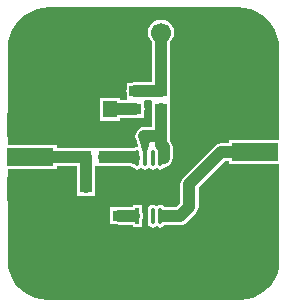
<source format=gtl>
G04*
G04 #@! TF.GenerationSoftware,Altium Limited,Altium Designer,18.0.11 (651)*
G04*
G04 Layer_Physical_Order=1*
G04 Layer_Color=255*
%FSLAX44Y44*%
%MOMM*%
G71*
G01*
G75*
%ADD10R,4.0000X1.5000*%
%ADD11R,4.0000X2.0000*%
%ADD12R,0.9800X0.9300*%
%ADD13R,0.9300X0.9800*%
%ADD14R,0.3000X1.4000*%
%ADD15O,0.3000X1.4000*%
%ADD16R,1.1600X1.4700*%
%ADD17C,1.0160*%
%ADD18R,1.7000X1.7000*%
%ADD19C,1.7000*%
%ADD20C,5.0800*%
G36*
X206511Y257358D02*
X211882Y256069D01*
X216984Y253955D01*
X221693Y251070D01*
X225893Y247483D01*
X229480Y243283D01*
X232365Y238574D01*
X234479Y233472D01*
X235768Y228101D01*
X236186Y222798D01*
X236145Y222596D01*
Y144990D01*
X193360D01*
Y142636D01*
X187020D01*
X187020Y142636D01*
X185031Y142374D01*
X183177Y141606D01*
X181585Y140385D01*
X154585Y113385D01*
X153364Y111793D01*
X152596Y109939D01*
X152334Y107950D01*
Y92084D01*
X148846Y88596D01*
X138878D01*
X138393Y89323D01*
X137056Y90216D01*
X135480Y90529D01*
X133904Y90216D01*
X132567Y89323D01*
X131893D01*
X130556Y90216D01*
X128980Y90529D01*
X127404Y90216D01*
X126067Y89323D01*
X125174Y87986D01*
X124861Y86410D01*
Y75410D01*
X125174Y73834D01*
X126067Y72497D01*
X127404Y71604D01*
X128980Y71291D01*
X130556Y71604D01*
X131893Y72497D01*
X132567D01*
X133904Y71604D01*
X135480Y71291D01*
X137056Y71604D01*
X138393Y72497D01*
X138878Y73224D01*
X152030D01*
X154019Y73486D01*
X155873Y74254D01*
X157465Y75475D01*
X165455Y83465D01*
X166676Y85057D01*
X167444Y86911D01*
X167706Y88900D01*
Y104766D01*
X190204Y127264D01*
X193360D01*
Y124910D01*
X236145D01*
Y68580D01*
Y42967D01*
X236180Y42792D01*
X235791Y37839D01*
X234590Y32837D01*
X232621Y28085D01*
X229933Y23699D01*
X226593Y19787D01*
X222681Y16447D01*
X218295Y13759D01*
X213543Y11790D01*
X208541Y10589D01*
X203589Y10200D01*
X203413Y10235D01*
X39370D01*
X39192Y10199D01*
X34209Y10591D01*
X29174Y11800D01*
X24391Y13781D01*
X19976Y16487D01*
X16039Y19849D01*
X12677Y23786D01*
X9972Y28201D01*
X7990Y32984D01*
X6781Y38019D01*
X6389Y43002D01*
X6425Y43180D01*
Y120770D01*
X47940D01*
Y123124D01*
X64544D01*
Y105730D01*
X64806Y103741D01*
X64950Y103393D01*
Y98380D01*
X69836D01*
X70401Y98146D01*
X72390Y97884D01*
X74379Y98146D01*
X74944Y98380D01*
X79830D01*
Y103703D01*
X80076Y105570D01*
X79916Y106786D01*
Y122317D01*
X80440Y123370D01*
X81186Y123370D01*
X85763D01*
X87630Y123124D01*
X109500D01*
X111041Y122486D01*
X112538Y122289D01*
X113067Y121497D01*
X114404Y120604D01*
X115980Y120291D01*
X117556Y120604D01*
X118893Y121497D01*
X119567D01*
X120904Y120604D01*
X122480Y120291D01*
X124056Y120604D01*
X125393Y121497D01*
X126067D01*
X127404Y120604D01*
X128980Y120291D01*
X130556Y120604D01*
X131893Y121497D01*
X132567D01*
X133904Y120604D01*
X135480Y120291D01*
X137056Y120604D01*
X138393Y121497D01*
X138953Y122337D01*
X140089Y122486D01*
X141943Y123254D01*
X143535Y124475D01*
X144756Y126067D01*
X145524Y127921D01*
X145786Y129910D01*
Y139187D01*
X145786Y139188D01*
X145524Y141177D01*
X144756Y143031D01*
X143535Y144622D01*
X143535Y144622D01*
X143496Y144661D01*
Y148062D01*
X143576Y148670D01*
X143576Y148670D01*
Y171370D01*
X143330Y173237D01*
Y178310D01*
X143330Y178560D01*
Y179580D01*
X143330Y179830D01*
Y184903D01*
X143576Y186770D01*
Y228202D01*
X143764Y228346D01*
X145533Y230652D01*
X146646Y233338D01*
X147025Y236220D01*
X146646Y239102D01*
X145533Y241788D01*
X143764Y244094D01*
X141458Y245863D01*
X138772Y246976D01*
X135890Y247355D01*
X133008Y246976D01*
X130322Y245863D01*
X128016Y244094D01*
X126247Y241788D01*
X125134Y239102D01*
X124755Y236220D01*
X125134Y233338D01*
X126247Y230652D01*
X128016Y228346D01*
X128204Y228202D01*
Y194456D01*
X114908D01*
X114300Y194536D01*
X112311Y194274D01*
X111746Y194040D01*
X106860D01*
Y188717D01*
X106614Y186850D01*
X106860Y184983D01*
Y179660D01*
X105807Y179136D01*
X101070D01*
Y181340D01*
X84390D01*
Y161560D01*
X101070D01*
Y163764D01*
X114300D01*
X116289Y164026D01*
X116854Y164260D01*
X121740D01*
Y169583D01*
X121986Y171450D01*
X121740Y173317D01*
Y178640D01*
X122826Y179084D01*
X127397D01*
X128450Y178560D01*
X128450Y177814D01*
Y173237D01*
X128204Y171370D01*
Y156276D01*
X121920D01*
X119931Y156014D01*
X118077Y155246D01*
X116485Y154025D01*
X115264Y152433D01*
X114496Y150579D01*
X114272Y148876D01*
X114263Y148847D01*
X114265Y148825D01*
X114234Y148590D01*
X114496Y146601D01*
X115264Y144747D01*
X115315Y144680D01*
X116543Y140613D01*
X115569Y139447D01*
X114404Y139216D01*
X113130Y138364D01*
X112130Y138496D01*
X87630D01*
X85763Y138250D01*
X80690D01*
X80440Y138250D01*
X79420D01*
X79170Y138250D01*
X74097D01*
X72230Y138496D01*
X47940D01*
Y140850D01*
X6425D01*
Y222696D01*
X6385Y222897D01*
X6801Y228186D01*
X8087Y233541D01*
X10194Y238629D01*
X13072Y243324D01*
X16648Y247512D01*
X20836Y251089D01*
X25531Y253966D01*
X30619Y256073D01*
X35974Y257359D01*
X41263Y257775D01*
X41464Y257735D01*
X201005D01*
X201208Y257776D01*
X206511Y257358D01*
D02*
G37*
G36*
X129540Y152400D02*
X122480Y129910D01*
X121920Y130470D01*
Y131765D01*
X116840Y148590D01*
X121920D01*
Y153670D01*
X128270D01*
X129540Y152400D01*
D02*
G37*
%LPC*%
G36*
X120020Y90450D02*
X111940D01*
Y88966D01*
X100330D01*
X98341Y88704D01*
X97776Y88470D01*
X92890D01*
Y83147D01*
X92644Y81280D01*
X92890Y79413D01*
Y74090D01*
X97776D01*
X98341Y73856D01*
X100330Y73594D01*
X111940D01*
Y71370D01*
X120020D01*
Y78340D01*
X120414Y79291D01*
X120676Y81280D01*
X120414Y83269D01*
X120020Y84220D01*
Y90450D01*
D02*
G37*
%LPD*%
D10*
X215900Y134950D02*
D03*
X25400Y130810D02*
D03*
D11*
X215900Y161950D02*
D03*
Y107950D02*
D03*
X25400Y103810D02*
D03*
Y157810D02*
D03*
D12*
X135890Y171370D02*
D03*
Y186770D02*
D03*
X72390Y90170D02*
D03*
Y105570D02*
D03*
X100330Y65880D02*
D03*
Y81280D02*
D03*
X114300Y186850D02*
D03*
Y171450D02*
D03*
D13*
X135810Y148590D02*
D03*
X151210D02*
D03*
X72230Y130810D02*
D03*
X87630D02*
D03*
D14*
X115980Y80910D02*
D03*
D15*
X122480D02*
D03*
X135480D02*
D03*
Y129910D02*
D03*
X128980D02*
D03*
X122480D02*
D03*
X115980D02*
D03*
X128980Y80910D02*
D03*
D16*
X74930Y171450D02*
D03*
X92730D02*
D03*
D17*
X138100Y129910D02*
Y139188D01*
X121920Y148590D02*
X135810D01*
X135890Y148670D02*
Y171370D01*
X135810Y148590D02*
X135890Y148670D01*
X112130Y130810D02*
X113030Y129910D01*
X87630Y130810D02*
X112130D01*
X138100Y80910D02*
X152030D01*
X160020Y88900D01*
Y107950D01*
X187020Y134950D01*
X215900D01*
X114300Y186850D02*
X114380Y186770D01*
X135890D01*
Y236220D01*
X92730Y171450D02*
X114300D01*
X135810Y141478D02*
X138100Y139188D01*
X135810Y141478D02*
Y148590D01*
X100330Y81280D02*
X112990D01*
X72230Y105730D02*
X72390Y105570D01*
X72230Y105730D02*
Y130810D01*
X25400D02*
X72230D01*
D18*
X110490Y236220D02*
D03*
D19*
X135890D02*
D03*
D20*
X199390Y219710D02*
D03*
X43180Y48260D02*
D03*
X199390D02*
D03*
X43180Y219710D02*
D03*
M02*

</source>
